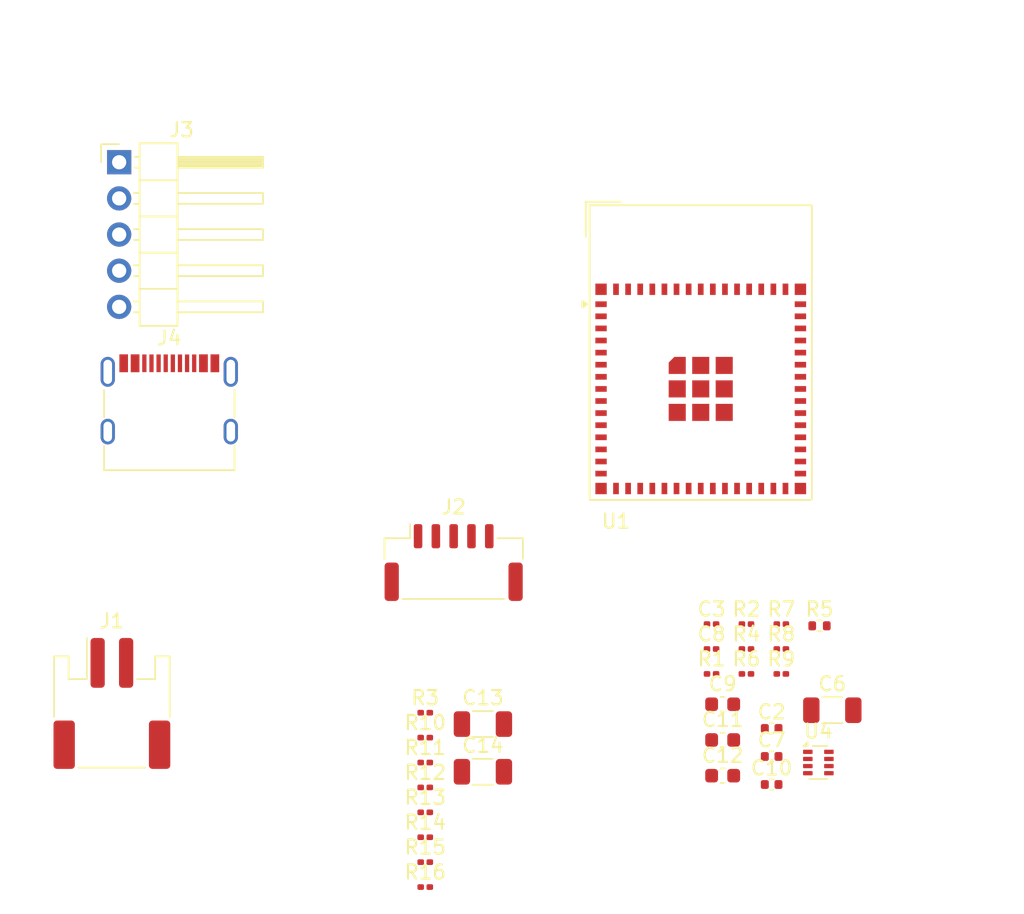
<source format=kicad_pcb>
(kicad_pcb (version 20240108) (generator "pcbnew") (generator_version "8.0")
  (layers (0 "F.Cu" signal) (31 "B.Cu" signal) (34 "B.Paste" user) (35 "F.Paste" user) (36 "B.SilkS" user "B.Silkscreen") (37 "F.SilkS" user "F.Silkscreen") (38 "B.Mask" user) (39 "F.Mask" user) (44 "Edge.Cuts" user))
  (net 0 "")
  (net 1 "Net-(U3-VIN)")
  (net 2 "GND")
  (net 3 "Net-(U8-VIN)")
  (net 4 "+3V3")
  (net 5 "/EN")
  (net 6 "+5V")
  (net 13 "+BATT")
  (net 15 "/EXT_TX")
  (net 17 "/EXT_RX")
  (net 21 "Net-(D2-K)")
  (net 22 "/D-")
  (net 25 "Net-(J4-CC1)")
  (net 33 "/D+")
  (net 36 "Net-(J4-CC2)")
  (net 38 "Net-(U4-ST)")
  (net 48 "Net-(U8-SHDN)")
  (net 49 "Net-(U4-PR1)")
  (net 50 "/ESP_RX")
  (net 51 "/ESP_TX")
  (net 52 "/IO0")
  (net 53 "Net-(D1-K)")
  (net 54 "/BTN")
  (net 55 "/R")
  (net 56 "Net-(D5-RK)")
  (net 57 "/G")
  (net 58 "Net-(D5-GK)")
  (net 59 "/B")
  (net 60 "Net-(D5-BK)")
  (net 61 "/VDIV")
  (net 62 "Net-(U2-PROG)")
  (net 63 "/CHRG")
  (footprint "Resistor_SMD:R_0201_0603Metric" (layer "F.Cu") (at 124.655 129.5)
    (property "Reference" "R10" (at 0 -1.05 0) (layer "F.SilkS"))
    (property "Value" "100K")
    (pad "1" smd roundrect (at -0.32 0) (size 0.46 0.4) (layers "F.Cu" "F.Mask") (net 55 "/R"))
    (pad "2" smd roundrect (at 0.32 0) (size 0.46 0.4) (layers "F.Cu" "F.Mask") (net 56 "Net-(D5-RK)"))
  )
  (footprint "RF_Module:ESP32-S2-MINI-1" (layer "F.Cu") (at 144 102.45)
    (property "Reference" "U1" (at -5.95 11.85 0) (layer "F.SilkS"))
    (property "Value" "ESP32-S3-MINI-1")
    (fp_line (start -8.075 -10.6) (end -8.075 -8.15) (stroke (width 0.12)) (layer "F.SilkS"))
    (fp_line (start -8.075 -10.6) (end -5.625 -10.6) (stroke (width 0.12)) (layer "F.SilkS"))
    (fp_line (start -7.8 -10.35) (end 7.8 -10.35) (stroke (width 0.12)) (layer "F.SilkS"))
    (fp_line (start -7.8 10.35) (end -7.8 -10.35) (stroke (width 0.12)) (layer "F.SilkS"))
    (fp_line (start 7.8 -10.35) (end 7.8 10.35) (stroke (width 0.12)) (layer "F.SilkS"))
    (fp_line (start 7.8 10.35) (end -7.8 10.35) (stroke (width 0.12)) (layer "F.SilkS"))
    (fp_poly (pts (xy -7.975 -3.4) (xy -8.311 -3.16) (xy -8.311 -3.64) (xy -7.975 -3.4)) (stroke (width 0.12)) (fill solid) (layer "F.SilkS"))
    (pad "1" smd rect (at -7 -3.4) (size 0.8 0.4) (layers "F.Cu" "F.Paste" "F.Mask") (net 2 "GND"))
    (pad "2" smd rect (at -7 -2.55) (size 0.8 0.4) (layers "F.Cu" "F.Paste" "F.Mask") (net 2 "GND"))
    (pad "3" smd rect (at -7 -1.7) (size 0.8 0.4) (layers "F.Cu" "F.Paste" "F.Mask") (net 4 "+3V3"))
    (pad "4" smd rect (at -7 -0.85) (size 0.8 0.4) (layers "F.Cu" "F.Paste" "F.Mask") (net 52 "/IO0"))
    (pad "5" smd rect (at -7 0) (size 0.8 0.4) (layers "F.Cu" "F.Paste" "F.Mask"))
    (pad "6" smd rect (at -7 0.85) (size 0.8 0.4) (layers "F.Cu" "F.Paste" "F.Mask"))
    (pad "7" smd rect (at -7 1.7) (size 0.8 0.4) (layers "F.Cu" "F.Paste" "F.Mask"))
    (pad "8" smd rect (at -7 2.55) (size 0.8 0.4) (layers "F.Cu" "F.Paste" "F.Mask"))
    (pad "9" smd rect (at -7 3.4) (size 0.8 0.4) (layers "F.Cu" "F.Paste" "F.Mask"))
    (pad "10" smd rect (at -7 4.25) (size 0.8 0.4) (layers "F.Cu" "F.Paste" "F.Mask"))
    (pad "11" smd rect (at -7 5.1) (size 0.8 0.4) (layers "F.Cu" "F.Paste" "F.Mask"))
    (pad "12" smd rect (at -7 5.95) (size 0.8 0.4) (layers "F.Cu" "F.Paste" "F.Mask"))
    (pad "13" smd rect (at -7 6.8) (size 0.8 0.4) (layers "F.Cu" "F.Paste" "F.Mask"))
    (pad "14" smd rect (at -7 7.65) (size 0.8 0.4) (layers "F.Cu" "F.Paste" "F.Mask"))
    (pad "15" smd rect (at -7 8.5) (size 0.8 0.4) (layers "F.Cu" "F.Paste" "F.Mask"))
    (pad "16" smd rect (at -5.95 9.55 90) (size 0.8 0.4) (layers "F.Cu" "F.Paste" "F.Mask"))
    (pad "17" smd rect (at -5.1 9.55 90) (size 0.8 0.4) (layers "F.Cu" "F.Paste" "F.Mask"))
    (pad "18" smd rect (at -4.25 9.55 90) (size 0.8 0.4) (layers "F.Cu" "F.Paste" "F.Mask"))
    (pad "19" smd rect (at -3.4 9.55 90) (size 0.8 0.4) (layers "F.Cu" "F.Paste" "F.Mask"))
    (pad "20" smd rect (at -2.55 9.55 90) (size 0.8 0.4) (layers "F.Cu" "F.Paste" "F.Mask"))
    (pad "21" smd rect (at -1.7 9.55 90) (size 0.8 0.4) (layers "F.Cu" "F.Paste" "F.Mask") (net 17 "/EXT_RX"))
    (pad "22" smd rect (at -0.85 9.55 90) (size 0.8 0.4) (layers "F.Cu" "F.Paste" "F.Mask") (net 15 "/EXT_TX"))
    (pad "23" smd rect (at 0 9.55 90) (size 0.8 0.4) (layers "F.Cu" "F.Paste" "F.Mask") (net 22 "/D-"))
    (pad "24" smd rect (at 0.85 9.55 90) (size 0.8 0.4) (layers "F.Cu" "F.Paste" "F.Mask") (net 33 "/D+"))
    (pad "25" smd rect (at 1.7 9.55 90) (size 0.8 0.4) (layers "F.Cu" "F.Paste" "F.Mask"))
    (pad "26" smd rect (at 2.55 9.55 90) (size 0.8 0.4) (layers "F.Cu" "F.Paste" "F.Mask"))
    (pad "27" smd rect (at 3.4 9.55 90) (size 0.8 0.4) (layers "F.Cu" "F.Paste" "F.Mask"))
    (pad "28" smd rect (at 4.25 9.55 90) (size 0.8 0.4) (layers "F.Cu" "F.Paste" "F.Mask"))
    (pad "29" smd rect (at 5.1 9.55 90) (size 0.8 0.4) (layers "F.Cu" "F.Paste" "F.Mask"))
    (pad "30" smd rect (at 5.95 9.55 90) (size 0.8 0.4) (layers "F.Cu" "F.Paste" "F.Mask"))
    (pad "31" smd rect (at 7 8.5) (size 0.8 0.4) (layers "F.Cu" "F.Paste" "F.Mask"))
    (pad "32" smd rect (at 7 7.65) (size 0.8 0.4) (layers "F.Cu" "F.Paste" "F.Mask"))
    (pad "33" smd rect (at 7 6.8) (size 0.8 0.4) (layers "F.Cu" "F.Paste" "F.Mask"))
    (pad "34" smd rect (at 7 5.95) (size 0.8 0.4) (layers "F.Cu" "F.Paste" "F.Mask"))
    (pad "35" smd rect (at 7 5.1) (size 0.8 0.4) (layers "F.Cu" "F.Paste" "F.Mask"))
    (pad "36" smd rect (at 7 4.25) (size 0.8 0.4) (layers "F.Cu" "F.Paste" "F.Mask"))
    (pad "37" smd rect (at 7 3.4) (size 0.8 0.4) (layers "F.Cu" "F.Paste" "F.Mask"))
    (pad "38" smd rect (at 7 2.55) (size 0.8 0.4) (layers "F.Cu" "F.Paste" "F.Mask"))
    (pad "39" smd rect (at 7 1.7) (size 0.8 0.4) (layers "F.Cu" "F.Paste" "F.Mask") (net 51 "/ESP_TX"))
    (pad "40" smd rect (at 7 0.85) (size 0.8 0.4) (layers "F.Cu" "F.Paste" "F.Mask") (net 50 "/ESP_RX"))
    (pad "41" smd rect (at 7 0) (size 0.8 0.4) (layers "F.Cu" "F.Paste" "F.Mask"))
    (pad "42" smd rect (at 7 -0.85) (size 0.8 0.4) (layers "F.Cu" "F.Paste" "F.Mask") (net 2 "GND"))
    (pad "43" smd rect (at 7 -1.7) (size 0.8 0.4) (layers "F.Cu" "F.Paste" "F.Mask") (net 2 "GND"))
    (pad "44" smd rect (at 7 -2.55) (size 0.8 0.4) (layers "F.Cu" "F.Paste" "F.Mask"))
    (pad "45" smd rect (at 7 -3.4) (size 0.8 0.4) (layers "F.Cu" "F.Paste" "F.Mask") (net 5 "/EN"))
    (pad "46" smd rect (at 5.95 -4.45 90) (size 0.8 0.4) (layers "F.Cu" "F.Paste" "F.Mask") (net 2 "GND"))
    (pad "47" smd rect (at 5.1 -4.45 90) (size 0.8 0.4) (layers "F.Cu" "F.Paste" "F.Mask") (net 2 "GND"))
    (pad "48" smd rect (at 4.25 -4.45 90) (size 0.8 0.4) (layers "F.Cu" "F.Paste" "F.Mask") (net 2 "GND"))
    (pad "49" smd rect (at 3.4 -4.45 90) (size 0.8 0.4) (layers "F.Cu" "F.Paste" "F.Mask") (net 2 "GND"))
    (pad "50" smd rect (at 2.55 -4.45 90) (size 0.8 0.4) (layers "F.Cu" "F.Paste" "F.Mask") (net 2 "GND"))
    (pad "51" smd rect (at 1.7 -4.45 90) (size 0.8 0.4) (layers "F.Cu" "F.Paste" "F.Mask") (net 2 "GND"))
    (pad "52" smd rect (at 0.85 -4.45 90) (size 0.8 0.4) (layers "F.Cu" "F.Paste" "F.Mask") (net 2 "GND"))
    (pad "53" smd rect (at 0 -4.45 90) (size 0.8 0.4) (layers "F.Cu" "F.Paste" "F.Mask") (net 2 "GND"))
    (pad "54" smd rect (at -0.85 -4.45 90) (size 0.8 0.4) (layers "F.Cu" "F.Paste" "F.Mask") (net 2 "GND"))
    (pad "55" smd rect (at -1.7 -4.45 90) (size 0.8 0.4) (layers "F.Cu" "F.Paste" "F.Mask") (net 2 "GND"))
    (pad "56" smd rect (at -2.55 -4.45 90) (size 0.8 0.4) (layers "F.Cu" "F.Paste" "F.Mask") (net 2 "GND"))
    (pad "57" smd rect (at -3.4 -4.45 90) (size 0.8 0.4) (layers "F.Cu" "F.Paste" "F.Mask") (net 2 "GND"))
    (pad "58" smd rect (at -4.25 -4.45 90) (size 0.8 0.4) (layers "F.Cu" "F.Paste" "F.Mask") (net 2 "GND"))
    (pad "59" smd rect (at -5.1 -4.45 90) (size 0.8 0.4) (layers "F.Cu" "F.Paste" "F.Mask") (net 2 "GND"))
    (pad "60" smd rect (at -5.95 -4.45 90) (size 0.8 0.4) (layers "F.Cu" "F.Paste" "F.Mask") (net 2 "GND"))
    (pad "61" smd roundrect (at -1.65 0.9) (size 1.2 1.2) (layers "F.Cu" "F.Paste" "F.Mask") (roundrect_rratio 0) (chamfer_ratio 0.33) (chamfer top_left) (net 2 "GND"))
    (pad "61" smd rect (at -1.65 2.55) (size 1.2 1.2) (layers "F.Cu" "F.Paste" "F.Mask") (net 2 "GND"))
    (pad "61" smd rect (at -1.65 4.2) (size 1.2 1.2) (layers "F.Cu" "F.Paste" "F.Mask") (net 2 "GND"))
    (pad "61" smd rect (at 0 0.9) (size 1.2 1.2) (layers "F.Cu" "F.Paste" "F.Mask") (net 2 "GND"))
    (pad "61" smd rect (at 0 2.55) (size 1.2 1.2) (layers "F.Cu" "F.Paste" "F.Mask") (net 2 "GND"))
    (pad "61" smd rect (at 0 4.2) (size 1.2 1.2) (layers "F.Cu" "F.Paste" "F.Mask") (net 2 "GND"))
    (pad "61" smd rect (at 1.65 0.9) (size 1.2 1.2) (layers "F.Cu" "F.Paste" "F.Mask") (net 2 "GND"))
    (pad "61" smd rect (at 1.65 2.55) (size 1.2 1.2) (layers "F.Cu" "F.Paste" "F.Mask") (net 2 "GND"))
    (pad "61" smd rect (at 1.65 4.2) (size 1.2 1.2) (layers "F.Cu" "F.Paste" "F.Mask") (net 2 "GND"))
    (pad "62" smd rect (at -7 -4.45) (size 0.8 0.8) (layers "F.Cu" "F.Paste" "F.Mask") (net 2 "GND"))
    (pad "63" smd rect (at -7 9.55) (size 0.8 0.8) (layers "F.Cu" "F.Paste" "F.Mask") (net 2 "GND"))
    (pad "64" smd rect (at 7 9.55) (size 0.8 0.8) (layers "F.Cu" "F.Paste" "F.Mask") (net 2 "GND"))
    (pad "65" smd rect (at 7 -4.45) (size 0.8 0.8) (layers "F.Cu" "F.Paste" "F.Mask") (net 2 "GND"))
  )
  (footprint "Capacitor_SMD:C_1206_3216Metric" (layer "F.Cu") (at 128.705 131.9)
    (property "Reference" "C14" (at 0 -1.85 0) (layer "F.SilkS"))
    (property "Value" "10uF")
    (fp_line (start -0.711252 -0.91) (end 0.711252 -0.91) (stroke (width 0.12)) (layer "F.SilkS"))
    (fp_line (start -0.711252 0.91) (end 0.711252 0.91) (stroke (width 0.12)) (layer "F.SilkS"))
    (pad "1" smd roundrect (at -1.475 0) (size 1.15 1.8) (layers "F.Cu" "F.Paste" "F.Mask") (roundrect_rratio 0.217391) (net 2 "GND"))
    (pad "2" smd roundrect (at 1.475 0) (size 1.15 1.8) (layers "F.Cu" "F.Paste" "F.Mask") (roundrect_rratio 0.217391) (net 6 "+5V"))
  )
  (footprint "Capacitor_SMD:C_0402_1005Metric" (layer "F.Cu") (at 148.98 132.795)
    (property "Reference" "C10" (at 0 -1.16 0) (layer "F.SilkS"))
    (property "Value" "1uF")
    (fp_line (start -0.107836 -0.36) (end 0.107836 -0.36) (stroke (width 0.12)) (layer "F.SilkS"))
    (fp_line (start -0.107836 0.36) (end 0.107836 0.36) (stroke (width 0.12)) (layer "F.SilkS"))
    (pad "1" smd roundrect (at -0.48 0) (size 0.56 0.62) (layers "F.Cu" "F.Paste" "F.Mask") (net 2 "GND"))
    (pad "2" smd roundrect (at 0.48 0) (size 0.56 0.62) (layers "F.Cu" "F.Paste" "F.Mask") (net 4 "+3V3"))
  )
  (footprint "Capacitor_SMD:C_1206_3216Metric" (layer "F.Cu") (at 128.705 128.55)
    (property "Reference" "C13" (at 0 -1.85 0) (layer "F.SilkS"))
    (property "Value" "10uF")
    (fp_line (start -0.711252 -0.91) (end 0.711252 -0.91) (stroke (width 0.12)) (layer "F.SilkS"))
    (fp_line (start -0.711252 0.91) (end 0.711252 0.91) (stroke (width 0.12)) (layer "F.SilkS"))
    (pad "1" smd roundrect (at -1.475 0) (size 1.15 1.8) (layers "F.Cu" "F.Paste" "F.Mask") (roundrect_rratio 0.217391) (net 2 "GND"))
    (pad "2" smd roundrect (at 1.475 0) (size 1.15 1.8) (layers "F.Cu" "F.Paste" "F.Mask") (roundrect_rratio 0.217391) (net 13 "+BATT"))
  )
  (footprint "Capacitor_SMD:C_0603_1608Metric" (layer "F.Cu") (at 145.54 127.155)
    (property "Reference" "C9" (at 0 -1.43 0) (layer "F.SilkS"))
    (property "Value" "1uF")
    (fp_line (start -0.14058 -0.51) (end 0.14058 -0.51) (stroke (width 0.12)) (layer "F.SilkS"))
    (fp_line (start -0.14058 0.51) (end 0.14058 0.51) (stroke (width 0.12)) (layer "F.SilkS"))
    (pad "1" smd roundrect (at -0.775 0) (size 0.9 0.95) (layers "F.Cu" "F.Paste" "F.Mask") (net 2 "GND"))
    (pad "2" smd roundrect (at 0.775 0) (size 0.9 0.95) (layers "F.Cu" "F.Paste" "F.Mask") (net 5 "/EN"))
  )
  (footprint "Package_TO_SOT_SMD:SOT-583-8" (layer "F.Cu") (at 152.26 131.25)
    (property "Reference" "U4" (at 0 -2.2 0) (layer "F.SilkS"))
    (property "Value" "TPS2116DRL")
    (fp_line (start 0.65 -1.16) (end -0.4 -1.16) (stroke (width 0.12)) (layer "F.SilkS"))
    (fp_line (start 0.65 1.16) (end -0.65 1.16) (stroke (width 0.12)) (layer "F.SilkS"))
    (fp_poly (pts (xy -0.76 -1.16) (xy -1.04 -1.16) (xy -0.76 -1.44) (xy -0.76 -1.16)) (stroke (width 0.12)) (fill solid) (layer "F.SilkS"))
    (pad "1" smd roundrect (at -0.74 -0.75) (size 0.67 0.3) (layers "F.Cu" "F.Paste" "F.Mask") (roundrect_rratio 0.1666666667) (net 2 "GND"))
    (pad "2" smd roundrect (at -0.74 -0.25) (size 0.67 0.3) (layers "F.Cu" "F.Paste" "F.Mask") (roundrect_rratio 0.1666666667) (net 3 "Net-(U8-VIN)"))
    (pad "3" smd roundrect (at -0.74 0.25) (size 0.67 0.3) (layers "F.Cu" "F.Paste" "F.Mask") (roundrect_rratio 0.1666666667) (net 6 "+5V"))
    (pad "4" smd roundrect (at -0.74 0.75) (size 0.67 0.3) (layers "F.Cu" "F.Paste" "F.Mask") (roundrect_rratio 0.1666666667) (net 49 "Net-(U4-PR1)"))
    (pad "5" smd roundrect (at 0.74 0.75) (size 0.67 0.3) (layers "F.Cu" "F.Paste" "F.Mask") (roundrect_rratio 0.1666666667) (net 6 "+5V"))
    (pad "6" smd roundrect (at 0.74 0.25) (size 0.67 0.3) (layers "F.Cu" "F.Paste" "F.Mask") (roundrect_rratio 0.1666666667) (net 13 "+BATT"))
    (pad "7" smd roundrect (at 0.74 -0.25) (size 0.67 0.3) (layers "F.Cu" "F.Paste" "F.Mask") (roundrect_rratio 0.1666666667) (net 3 "Net-(U8-VIN)"))
    (pad "8" smd roundrect (at 0.74 -0.75) (size 0.67 0.3) (layers "F.Cu" "F.Paste" "F.Mask") (roundrect_rratio 0.1666666667) (net 38 "Net-(U4-ST)"))
  )
  (footprint "Resistor_SMD:R_0201_0603Metric" (layer "F.Cu") (at 124.655 131.25)
    (property "Reference" "R11" (at 0 -1.05 0) (layer "F.SilkS"))
    (property "Value" "100K")
    (pad "1" smd roundrect (at -0.32 0) (size 0.46 0.4) (layers "F.Cu" "F.Mask") (net 57 "/G"))
    (pad "2" smd roundrect (at 0.32 0) (size 0.46 0.4) (layers "F.Cu" "F.Mask") (net 58 "Net-(D5-GK)"))
  )
  (footprint "Resistor_SMD:R_0201_0603Metric" (layer "F.Cu") (at 149.66 121.525)
    (property "Reference" "R7" (at 0 -1.05 0) (layer "F.SilkS"))
    (property "Value" "10k")
    (pad "1" smd roundrect (at -0.32 0) (size 0.46 0.4) (layers "F.Cu" "F.Mask") (net 49 "Net-(U4-PR1)"))
    (pad "2" smd roundrect (at 0.32 0) (size 0.46 0.4) (layers "F.Cu" "F.Mask") (net 6 "+5V"))
  )
  (footprint "Capacitor_SMD:C_0402_1005Metric" (layer "F.Cu") (at 148.98 128.855)
    (property "Reference" "C2" (at 0 -1.16 0) (layer "F.SilkS"))
    (property "Value" "1uF")
    (fp_line (start -0.107836 -0.36) (end 0.107836 -0.36) (stroke (width 0.12)) (layer "F.SilkS"))
    (fp_line (start -0.107836 0.36) (end 0.107836 0.36) (stroke (width 0.12)) (layer "F.SilkS"))
    (pad "1" smd roundrect (at -0.48 0) (size 0.56 0.62) (layers "F.Cu" "F.Paste" "F.Mask") (net 2 "GND"))
    (pad "2" smd roundrect (at 0.48 0) (size 0.56 0.62) (layers "F.Cu" "F.Paste" "F.Mask") (net 1 "Net-(U3-VIN)"))
  )
  (footprint "Connector_USB:USB_C_Receptacle_G-Switch_GT-USB-7010ASV" (layer "F.Cu") (at 106.68 106.925)
    (property "Reference" "J4" (at 0 -5.5 0) (layer "F.SilkS"))
    (property "Value" "USB_C_Receptacle_USB2.0_14P")
    (fp_line (start -4.58 -1.85) (end -4.58 0.07) (stroke (width 0.12)) (layer "F.SilkS"))
    (fp_line (start -4.58 3.785) (end -4.58 2.08) (stroke (width 0.12)) (layer "F.SilkS"))
    (fp_line (start 4.58 0.07) (end 4.58 -1.85) (stroke (width 0.12)) (layer "F.SilkS"))
    (fp_line (start 4.58 2.08) (end 4.58 3.785) (stroke (width 0.12)) (layer "F.SilkS"))
    (fp_line (start 4.58 3.785) (end -4.58 3.785) (stroke (width 0.12)) (layer "F.SilkS"))
    (pad "" np_thru_hole circle (at -2.89 -2.605) (size 0.65 0.65) (drill 0.65) (layers "*.Cu" "*.Mask"))
    (pad "" np_thru_hole circle (at 2.89 -2.605) (size 0.65 0.65) (drill 0.65) (layers "*.Cu" "*.Mask"))
    (pad "A1" smd rect (at -3.2 -3.725) (size 0.6 1.24) (layers "F.Cu" "F.Paste" "F.Mask") (net 2 "GND"))
    (pad "A4" smd rect (at -2.4 -3.725) (size 0.6 1.24) (layers "F.Cu" "F.Paste" "F.Mask") (net 6 "+5V"))
    (pad "A5" smd rect (at -1.25 -3.725) (size 0.3 1.24) (layers "F.Cu" "F.Paste" "F.Mask") (net 25 "Net-(J4-CC1)"))
    (pad "A6" smd rect (at -0.25 -3.725) (size 0.3 1.24) (layers "F.Cu" "F.Paste" "F.Mask") (net 33 "/D+"))
    (pad "A7" smd rect (at 0.25 -3.725) (size 0.3 1.24) (layers "F.Cu" "F.Paste" "F.Mask") (net 22 "/D-"))
    (pad "A8" smd rect (at 1.25 -3.725) (size 0.3 1.24) (layers "F.Cu" "F.Paste" "F.Mask"))
    (pad "A9" smd rect (at 2.4 -3.725) (size 0.6 1.24) (layers "F.Cu" "F.Paste" "F.Mask") (net 6 "+5V"))
    (pad "A12" smd rect (at 3.2 -3.725) (size 0.6 1.24) (layers "F.Cu" "F.Paste" "F.Mask") (net 2 "GND"))
    (pad "B1" smd rect (at 3.2 -3.725) (size 0.6 1.24) (layers "F.Cu" "F.Paste" "F.Mask") (net 2 "GND"))
    (pad "B4" smd rect (at 2.4 -3.725) (size 0.6 1.24) (layers "F.Cu" "F.Paste" "F.Mask") (net 6 "+5V"))
    (pad "B5" smd rect (at 1.75 -3.725) (size 0.3 1.24) (layers "F.Cu" "F.Paste" "F.Mask") (net 36 "Net-(J4-CC2)"))
    (pad "B6" smd rect (at 0.75 -3.725) (size 0.3 1.24) (layers "F.Cu" "F.Paste" "F.Mask") (net 33 "/D+"))
    (pad "B7" smd rect (at -0.75 -3.725) (size 0.3 1.24) (layers "F.Cu" "F.Paste" "F.Mask") (net 22 "/D-"))
    (pad "B8" smd rect (at -1.75 -3.725) (size 0.3 1.24) (layers "F.Cu" "F.Paste" "F.Mask"))
    (pad "B9" smd rect (at -2.4 -3.725) (size 0.6 1.24) (layers "F.Cu" "F.Paste" "F.Mask") (net 6 "+5V"))
    (pad "B12" smd rect (at -3.2 -3.725) (size 0.6 1.24) (layers "F.Cu" "F.Paste" "F.Mask") (net 2 "GND"))
    (pad "S1" thru_hole oval (at -4.32 -3.125) (size 1 2.1) (drill oval 0.6 1.7) (layers "*.Cu" "*.Mask") (net 2 "GND"))
    (pad "S1" thru_hole oval (at -4.32 1.075) (size 1 1.8) (drill oval 0.6 1.4) (layers "*.Cu" "*.Mask") (net 2 "GND"))
    (pad "S1" thru_hole oval (at 4.32 -3.125) (size 1 2.1) (drill oval 0.6 1.7) (layers "*.Cu" "*.Mask") (net 2 "GND"))
    (pad "S1" thru_hole oval (at 4.32 1.075) (size 1 1.8) (drill oval 0.6 1.4) (layers "*.Cu" "*.Mask") (net 2 "GND"))
  )
  (footprint "Resistor_SMD:R_0201_0603Metric" (layer "F.Cu") (at 124.655 140)
    (property "Reference" "R16" (at 0 -1.05 0) (layer "F.SilkS"))
    (property "Value" "100K")
    (pad "1" smd roundrect (at -0.32 0) (size 0.46 0.4) (layers "F.Cu" "F.Mask") (net 63 "/CHRG"))
    (pad "2" smd roundrect (at 0.32 0) (size 0.46 0.4) (layers "F.Cu" "F.Mask") (net 4 "+3V3"))
  )
  (footprint "Capacitor_SMD:C_0603_1608Metric" (layer "F.Cu") (at 145.54 129.665)
    (property "Reference" "C11" (at 0 -1.43 0) (layer "F.SilkS"))
    (property "Value" "1uF")
    (fp_line (start -0.14058 -0.51) (end 0.14058 -0.51) (stroke (width 0.12)) (layer "F.SilkS"))
    (fp_line (start -0.14058 0.51) (end 0.14058 0.51) (stroke (width 0.12)) (layer "F.SilkS"))
    (pad "1" smd roundrect (at -0.775 0) (size 0.9 0.95) (layers "F.Cu" "F.Paste" "F.Mask") (net 2 "GND"))
    (pad "2" smd roundrect (at 0.775 0) (size 0.9 0.95) (layers "F.Cu" "F.Paste" "F.Mask") (net 6 "+5V"))
  )
  (footprint "Resistor_SMD:R_0201_0603Metric" (layer "F.Cu") (at 149.66 123.275)
    (property "Reference" "R8" (at 0 -1.05 0) (layer "F.SilkS"))
    (property "Value" "5.1k")
    (pad "1" smd roundrect (at -0.32 0) (size 0.46 0.4) (layers "F.Cu" "F.Mask") (net 2 "GND"))
    (pad "2" smd roundrect (at 0.32 0) (size 0.46 0.4) (layers "F.Cu" "F.Mask") (net 36 "Net-(J4-CC2)"))
  )
  (footprint "Resistor_SMD:R_0201_0603Metric" (layer "F.Cu") (at 124.655 134.75)
    (property "Reference" "R13" (at 0 -1.05 0) (layer "F.SilkS"))
    (property "Value" "6.8")
    (pad "1" smd roundrect (at -0.32 0) (size 0.46 0.4) (layers "F.Cu" "F.Mask") (net 61 "/VDIV"))
    (pad "2" smd roundrect (at 0.32 0) (size 0.46 0.4) (layers "F.Cu" "F.Mask") (net 1 "Net-(U3-VIN)"))
  )
  (footprint "Capacitor_SMD:C_0201_0603Metric" (layer "F.Cu") (at 144.76 121.525)
    (property "Reference" "C3" (at 0 -1.05 0) (layer "F.SilkS"))
    (property "Value" "100nF 16V")
    (pad "1" smd roundrect (at -0.32 0) (size 0.46 0.4) (layers "F.Cu" "F.Mask") (net 2 "GND"))
    (pad "2" smd roundrect (at 0.32 0) (size 0.46 0.4) (layers "F.Cu" "F.Mask") (net 3 "Net-(U8-VIN)"))
  )
  (footprint "Resistor_SMD:R_0201_0603Metric" (layer "F.Cu") (at 147.21 125.025)
    (property "Reference" "R6" (at 0 -1.05 0) (layer "F.SilkS"))
    (property "Value" "2.8k")
    (pad "1" smd roundrect (at -0.32 0) (size 0.46 0.4) (layers "F.Cu" "F.Mask") (net 2 "GND"))
    (pad "2" smd roundrect (at 0.32 0) (size 0.46 0.4) (layers "F.Cu" "F.Mask") (net 49 "Net-(U4-PR1)"))
  )
  (footprint "Resistor_SMD:R_0201_0603Metric" (layer "F.Cu") (at 124.655 133)
    (property "Reference" "R12" (at 0 -1.05 0) (layer "F.SilkS"))
    (property "Value" "100K")
    (pad "1" smd roundrect (at -0.32 0) (size 0.46 0.4) (layers "F.Cu" "F.Mask") (net 59 "/B"))
    (pad "2" smd roundrect (at 0.32 0) (size 0.46 0.4) (layers "F.Cu" "F.Mask") (net 60 "Net-(D5-BK)"))
  )
  (footprint "Resistor_SMD:R_0201_0603Metric" (layer "F.Cu") (at 124.655 127.75)
    (property "Reference" "R3" (at 0 -1.05 0) (layer "F.SilkS"))
    (property "Value" "100K")
    (pad "1" smd roundrect (at -0.32 0) (size 0.46 0.4) (layers "F.Cu" "F.Mask") (net 54 "/BTN"))
    (pad "2" smd roundrect (at 0.32 0) (size 0.46 0.4) (layers "F.Cu" "F.Mask") (net 4 "+3V3"))
  )
  (footprint "Connector_PinHeader_2.54mm:PinHeader_1x05_P2.54mm_Horizontal" (layer "F.Cu") (at 103.16 89.075)
    (property "Reference" "J3" (at 4.385 -2.27 0) (layer "F.SilkS"))
    (property "Value" "Conn_01x05")
    (fp_line (start -1.27 -1.27) (end 0 -1.27) (stroke (width 0.12)) (layer "F.SilkS"))
    (fp_line (start -1.27 0) (end -1.27 -1.27) (stroke (width 0.12)) (layer "F.SilkS"))
    (fp_line (start 1.042929 2.16) (end 1.44 2.16) (stroke (width 0.12)) (layer "F.SilkS"))
    (fp_line (start 1.042929 2.92) (end 1.44 2.92) (stroke (width 0.12)) (layer "F.SilkS"))
    (fp_line (start 1.042929 4.7) (end 1.44 4.7) (stroke (width 0.12)) (layer "F.SilkS"))
    (fp_line (start 1.042929 5.46) (end 1.44 5.46) (stroke (width 0.12)) (layer "F.SilkS"))
    (fp_line (start 1.042929 7.24) (end 1.44 7.24) (stroke (width 0.12)) (layer "F.SilkS"))
    (fp_line (start 1.042929 8) (end 1.44 8) (stroke (width 0.12)) (layer "F.SilkS"))
    (fp_line (start 1.042929 9.78) (end 1.44 9.78) (stroke (width 0.12)) (layer "F.SilkS"))
    (fp_line (start 1.042929 10.54) (end 1.44 10.54) (stroke (width 0.12)) (layer "F.SilkS"))
    (fp_line (start 1.11 -0.38) (end 1.44 -0.38) (stroke (width 0.12)) (layer "F.SilkS"))
    (fp_line (start 1.11 0.38) (end 1.44 0.38) (stroke (width 0.12)) (layer "F.SilkS"))
    (fp_line (start 1.44 -1.33) (end 1.44 11.49) (stroke (width 0.12)) (layer "F.SilkS"))
    (fp_line (start 1.44 1.27) (end 4.1 1.27) (stroke (width 0.12)) (layer "F.SilkS"))
    (fp_line (start 1.44 3.81) (end 4.1 3.81) (stroke (width 0.12)) (layer "F.SilkS"))
    (fp_line (start 1.44 6.35) (end 4.1 6.35) (stroke (width 0.12)) (layer "F.SilkS"))
    (fp_line (start 1.44 8.89) (end 4.1 8.89) (stroke (width 0.12)) (layer "F.SilkS"))
    (fp_line (start 1.44 11.49) (end 4.1 11.49) (stroke (width 0.12)) (layer "F.SilkS"))
    (fp_line (start 4.1 -1.33) (end 1.44 -1.33) (stroke (width 0.12)) (layer "F.SilkS"))
    (fp_line (start 4.1 -0.38) (end 10.1 -0.38) (stroke (width 0.12)) (layer "F.SilkS"))
    (fp_line (start 4.1 -0.32) (end 10.1 -0.32) (stroke (width 0.12)) (layer "F.SilkS"))
    (fp_line (start 4.1 -0.2) (end 10.1 -0.2) (stroke (width 0.12)) (layer "F.SilkS"))
    (fp_line (start 4.1 -0.08) (end 10.1 -0.08) (stroke (width 0.12)) (layer "F.SilkS"))
    (fp_line (start 4.1 0.04) (end 10.1 0.04) (stroke (width 0.12)) (layer "F.SilkS"))
    (fp_line (start 4.1 0.16) (end 10.1 0.16) (stroke (width 0.12)) (layer "F.SilkS"))
    (fp_line (start 4.1 0.28) (end 10.1 0.28) (stroke (width 0.12)) (layer "F.SilkS"))
    (fp_line (start 4.1 2.16) (end 10.1 2.16) (stroke (width 0.12)) (layer "F.SilkS"))
    (fp_line (start 4.1 4.7) (end 10.1 4.7) (stroke (width 0.12)) (layer "F.SilkS"))
    (fp_line (start 4.1 7.24) (end 10.1 7.24) (stroke (width 0.12)) (layer "F.SilkS"))
    (fp_line (start 4.1 9.78) (end 10.1 9.78) (stroke (width 0.12)) (layer "F.SilkS"))
    (fp_line (start 4.1 11.49) (end 4.1 -1.33) (stroke (width 0.12)) (layer "F.SilkS"))
    (fp_line (start 10.1 -0.38) (end 10.1 0.38) (stroke (width 0.12)) (layer "F.SilkS"))
    (fp_line (start 10.1 0.38) (end 4.1 0.38) (stroke (width 0.12)) (layer "F.SilkS"))
    (fp_line (start 10.1 2.16) (end 10.1 2.92) (stroke (width 0.12)) (layer "F.SilkS"))
    (fp_line (start 10.1 2.92) (end 4.1 2.92) (stroke (width 0.12)) (layer "F.SilkS"))
    (fp_line (start 10.1 4.7) (end 10.1 5.46) (stroke (width 0.12)) (layer "F.SilkS"))
    (fp_line (start 10.1 5.46) (end 4.1 5.46) (stroke (width 0.12)) (layer "F.SilkS"))
    (fp_line (start 10.1 7.24) (end 10.1 8) (stroke (width 0.12)) (layer "F.SilkS"))
    (fp_line (start 10.1 8) (end 4.1 8) (stroke (width 0.12)) (layer "F.SilkS"))
    (fp_line (start 10.1 9.78) (end 10.1 10.54) (stroke (width 0.12)) (layer "F.SilkS"))
    (fp_line (start 10.1 10.54) (end 4.1 10.54) (stroke (width 0.12)) (layer "F.SilkS"))
    (pad "1" thru_hole rect (at 0 0) (size 1.7 1.7) (drill 1) (layers "*.Cu" "*.Mask") (net 21 "Net-(D2-K)"))
    (pad "2" thru_hole oval (at 0 2.54) (size 1.7 1.7) (drill 1) (layers "*.Cu" "*.Mask") (net 17 "/EXT_RX"))
    (pad "3" thru_hole oval (at 0 5.08) (size 1.7 1.7) (drill 1) (layers "*.Cu" "*.Mask") (net 15 "/EXT_TX"))
    (pad "4" thru_hole oval (at 0 7.62) (size 1.7 1.7) (drill 1) (layers "*.Cu" "*.Mask") (net 2 "GND"))
    (pad "5" thru_hole oval (at 0 10.16) (size 1.7 1.7) (drill 1) (layers "*.Cu" "*.Mask") (net 2 "GND"))
  )
  (footprint "Resistor_SMD:R_0201_0603Metric" (layer "F.Cu") (at 124.655 136.5)
    (property "Reference" "R14" (at 0 -1.05 0) (layer "F.SilkS"))
    (property "Value" "10k")
    (pad "1" smd roundrect (at -0.32 0) (size 0.46 0.4) (layers "F.Cu" "F.Mask") (net 2 "GND"))
    (pad "2" smd roundrect (at 0.32 0) (size 0.46 0.4) (layers "F.Cu" "F.Mask") (net 61 "/VDIV"))
  )
  (footprint "Connector_JST:JST_PH_S2B-PH-SM4-TB_1x02-1MP_P2.00mm_Horizontal" (layer "F.Cu") (at 102.65 127.1)
    (property "Reference" "J1" (at 0 -5.8 0) (layer "F.SilkS"))
    (property "Value" "Conn_01x02")
    (fp_line (start -4.06 -3.31) (end -3.04 -3.31) (stroke (width 0.12)) (layer "F.SilkS"))
    (fp_line (start -4.06 0.94) (end -4.06 -3.31) (stroke (width 0.12)) (layer "F.SilkS"))
    (fp_line (start -3.04 -3.31) (end -3.04 -1.71) (stroke (width 0.12)) (layer "F.SilkS"))
    (fp_line (start -3.04 -1.71) (end -1.76 -1.71) (stroke (width 0.12)) (layer "F.SilkS"))
    (fp_line (start -2.34 4.51) (end 2.34 4.51) (stroke (width 0.12)) (layer "F.SilkS"))
    (fp_line (start -1.76 -1.71) (end -1.76 -4.6) (stroke (width 0.12)) (layer "F.SilkS"))
    (fp_line (start 3.04 -3.31) (end 3.04 -1.71) (stroke (width 0.12)) (layer "F.SilkS"))
    (fp_line (start 3.04 -1.71) (end 1.76 -1.71) (stroke (width 0.12)) (layer "F.SilkS"))
    (fp_line (start 4.06 -3.31) (end 3.04 -3.31) (stroke (width 0.12)) (layer "F.SilkS"))
    (fp_line (start 4.06 0.94) (end 4.06 -3.31) (stroke (width 0.12)) (layer "F.SilkS"))
    (pad "1" smd roundrect (at -1 -2.85) (size 1 3.5) (layers "F.Cu" "F.Paste" "F.Mask") (net 13 "+BATT"))
    (pad "2" smd roundrect (at 1 -2.85) (size 1 3.5) (layers "F.Cu" "F.Paste" "F.Mask") (net 2 "GND"))
    (pad "MP" smd roundrect (at -3.35 2.9) (size 1.5 3.4) (layers "F.Cu" "F.Paste" "F.Mask") (roundrect_rratio 0.166667))
    (pad "MP" smd roundrect (at 3.35 2.9) (size 1.5 3.4) (layers "F.Cu" "F.Paste" "F.Mask") (roundrect_rratio 0.166667))
  )
  (footprint "Resistor_SMD:R_0201_0603Metric" (layer "F.Cu") (at 147.21 121.525)
    (property "Reference" "R2" (at 0 -1.05 0) (layer "F.SilkS"))
    (property "Value" "100K")
    (pad "1" smd roundrect (at -0.32 0) (size 0.46 0.4) (layers "F.Cu" "F.Mask") (net 53 "Net-(D1-K)"))
    (pad "2" smd roundrect (at 0.32 0) (size 0.46 0.4) (layers "F.Cu" "F.Mask") (net 3 "Net-(U8-VIN)"))
  )
  (footprint "Resistor_SMD:R_0201_0603Metric" (layer "F.Cu") (at 144.76 125.025)
    (property "Reference" "R1" (at 0 -1.05 0) (layer "F.SilkS"))
    (property "Value" "100K")
    (pad "1" smd roundrect (at -0.32 0) (size 0.46 0.4) (layers "F.Cu" "F.Mask") (net 2 "GND"))
    (pad "2" smd roundrect (at 0.32 0) (size 0.46 0.4) (layers "F.Cu" "F.Mask") (net 38 "Net-(U4-ST)"))
  )
  (footprint "Capacitor_SMD:C_0201_0603Metric" (layer "F.Cu") (at 144.76 123.275)
    (property "Reference" "C8" (at 0 -1.05 0) (layer "F.SilkS"))
    (property "Value" "100nF 16V")
    (pad "1" smd roundrect (at -0.32 0) (size 0.46 0.4) (layers "F.Cu" "F.Mask") (net 2 "GND"))
    (pad "2" smd roundrect (at 0.32 0) (size 0.46 0.4) (layers "F.Cu" "F.Mask") (net 1 "Net-(U3-VIN)"))
  )
  (footprint "Resistor_SMD:R_0402_1005Metric" (layer "F.Cu") (at 152.34 121.645)
    (property "Reference" "R5" (at 0 -1.17 0) (layer "F.SilkS"))
    (property "Value" "10k")
    (fp_line (start -0.153641 -0.38) (end 0.153641 -0.38) (stroke (width 0.12)) (layer "F.SilkS"))
    (fp_line (start -0.153641 0.38) (end 0.153641 0.38) (stroke (width 0.12)) (layer "F.SilkS"))
    (pad "1" smd roundrect (at -0.51 0) (size 0.54 0.64) (layers "F.Cu" "F.Paste" "F.Mask") (net 5 "/EN"))
    (pad "2" smd roundrect (at 0.51 0) (size 0.54 0.64) (layers "F.Cu" "F.Paste" "F.Mask") (net 4 "+3V3"))
  )
  (footprint "Resistor_SMD:R_0201_0603Metric" (layer "F.Cu") (at 149.66 125.025)
    (property "Reference" "R9" (at 0 -1.05 0) (layer "F.SilkS"))
    (property "Value" "5.1k")
    (pad "1" smd roundrect (at -0.32 0) (size 0.46 0.4) (layers "F.Cu" "F.Mask") (net 2 "GND"))
    (pad "2" smd roundrect (at 0.32 0) (size 0.46 0.4) (layers "F.Cu" "F.Mask") (net 25 "Net-(J4-CC1)"))
  )
  (footprint "Capacitor_SMD:C_1206_3216Metric" (layer "F.Cu") (at 153.24 127.575)
    (property "Reference" "C6" (at 0 -1.85 0) (layer "F.SilkS"))
    (property "Value" "22uF")
    (fp_line (start -0.711252 -0.91) (end 0.711252 -0.91) (stroke (width 0.12)) (layer "F.SilkS"))
    (fp_line (start -0.711252 0.91) (end 0.711252 0.91) (stroke (width 0.12)) (layer "F.SilkS"))
    (pad "1" smd roundrect (at -1.475 0) (size 1.15 1.8) (layers "F.Cu" "F.Paste" "F.Mask") (roundrect_rratio 0.217391) (net 2 "GND"))
    (pad "2" smd roundrect (at 1.475 0) (size 1.15 1.8) (layers "F.Cu" "F.Paste" "F.Mask") (roundrect_rratio 0.217391) (net 4 "+3V3"))
  )
  (footprint "Connector_JST:JST_GH_SM05B-GHS-TB_1x05-1MP_P1.25mm_Horizontal" (layer "F.Cu") (at 126.65 117.2)
    (property "Reference" "J2" (at 0 -3.9 0) (layer "F.SilkS"))
    (property "Value" "Conn_01x05")
    (fp_line (start -4.86 -1.71) (end -3.06 -1.71) (stroke (width 0.12)) (layer "F.SilkS"))
    (fp_line (start -4.86 -0.26) (end -4.86 -1.71) (stroke (width 0.12)) (layer "F.SilkS"))
    (fp_line (start -3.59 2.56) (end 3.59 2.56) (stroke (width 0.12)) (layer "F.SilkS"))
    (fp_line (start -3.06 -1.71) (end -3.06 -2.7) (stroke (width 0.12)) (layer "F.SilkS"))
    (fp_line (start 4.86 -1.71) (end 3.06 -1.71) (stroke (width 0.12)) (layer "F.SilkS"))
    (fp_line (start 4.86 -0.26) (end 4.86 -1.71) (stroke (width 0.12)) (layer "F.SilkS"))
    (pad "1" smd roundrect (at -2.5 -1.85) (size 0.6 1.7) (layers "F.Cu" "F.Paste" "F.Mask") (net 21 "Net-(D2-K)"))
    (pad "2" smd roundrect (at -1.25 -1.85) (size 0.6 1.7) (layers "F.Cu" "F.Paste" "F.Mask") (net 17 "/EXT_RX"))
    (pad "3" smd roundrect (at 0 -1.85) (size 0.6 1.7) (layers "F.Cu" "F.Paste" "F.Mask") (net 15 "/EXT_TX"))
    (pad "4" smd roundrect (at 1.25 -1.85) (size 0.6 1.7) (layers "F.Cu" "F.Paste" "F.Mask") (net 2 "GND"))
    (pad "5" smd roundrect (at 2.5 -1.85) (size 0.6 1.7) (layers "F.Cu" "F.Paste" "F.Mask") (net 2 "GND"))
    (pad "MP" smd roundrect (at -4.35 1.35) (size 1 2.7) (layers "F.Cu" "F.Paste" "F.Mask"))
    (pad "MP" smd roundrect (at 4.35 1.35) (size 1 2.7) (layers "F.Cu" "F.Paste" "F.Mask"))
  )
  (footprint "Resistor_SMD:R_0201_0603Metric" (layer "F.Cu") (at 147.21 123.275)
    (property "Reference" "R4" (at 0 -1.05 0) (layer "F.SilkS"))
    (property "Value" "100K")
    (pad "1" smd roundrect (at -0.32 0) (size 0.46 0.4) (layers "F.Cu" "F.Mask") (net 2 "GND"))
    (pad "2" smd roundrect (at 0.32 0) (size 0.46 0.4) (layers "F.Cu" "F.Mask") (net 48 "Net-(U8-SHDN)"))
  )
  (footprint "Resistor_SMD:R_0201_0603Metric" (layer "F.Cu") (at 124.655 138.25)
    (property "Reference" "R15" (at 0 -1.05 0) (layer "F.SilkS"))
    (property "Value" "3.3K")
    (pad "1" smd roundrect (at -0.32 0) (size 0.46 0.4) (layers "F.Cu" "F.Mask") (net 2 "GND"))
    (pad "2" smd roundrect (at 0.32 0) (size 0.46 0.4) (layers "F.Cu" "F.Mask") (net 62 "Net-(U2-PROG)"))
  )
  (footprint "Capacitor_SMD:C_0402_1005Metric" (layer "F.Cu") (at 148.98 130.825)
    (property "Reference" "C7" (at 0 -1.16 0) (layer "F.SilkS"))
    (property "Value" "100nF")
    (fp_line (start -0.107836 -0.36) (end 0.107836 -0.36) (stroke (width 0.12)) (layer "F.SilkS"))
    (fp_line (start -0.107836 0.36) (end 0.107836 0.36) (stroke (width 0.12)) (layer "F.SilkS"))
    (pad "1" smd roundrect (at -0.48 0) (size 0.56 0.62) (layers "F.Cu" "F.Paste" "F.Mask") (net 2 "GND"))
    (pad "2" smd roundrect (at 0.48 0) (size 0.56 0.62) (layers "F.Cu" "F.Paste" "F.Mask") (net 4 "+3V3"))
  )
  (footprint "Capacitor_SMD:C_0603_1608Metric" (layer "F.Cu") (at 145.54 132.175)
    (property "Reference" "C12" (at 0 -1.43 0) (layer "F.SilkS"))
    (property "Value" "1uF")
    (fp_line (start -0.14058 -0.51) (end 0.14058 -0.51) (stroke (width 0.12)) (layer "F.SilkS"))
    (fp_line (start -0.14058 0.51) (end 0.14058 0.51) (stroke (width 0.12)) (layer "F.SilkS"))
    (pad "1" smd roundrect (at -0.775 0) (size 0.9 0.95) (layers "F.Cu" "F.Paste" "F.Mask") (net 2 "GND"))
    (pad "2" smd roundrect (at 0.775 0) (size 0.9 0.95) (layers "F.Cu" "F.Paste" "F.Mask") (net 13 "+BATT"))
  )
)
</source>
